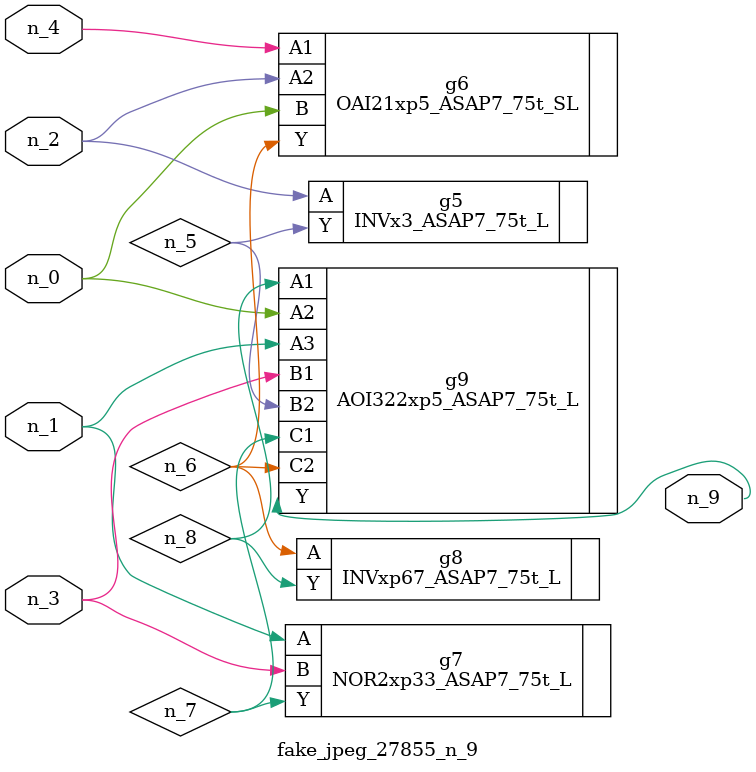
<source format=v>
module fake_jpeg_27855_n_9 (n_3, n_2, n_1, n_0, n_4, n_9);

input n_3;
input n_2;
input n_1;
input n_0;
input n_4;

output n_9;

wire n_8;
wire n_6;
wire n_5;
wire n_7;

INVx3_ASAP7_75t_L g5 ( 
.A(n_2),
.Y(n_5)
);

OAI21xp5_ASAP7_75t_SL g6 ( 
.A1(n_4),
.A2(n_2),
.B(n_0),
.Y(n_6)
);

NOR2xp33_ASAP7_75t_L g7 ( 
.A(n_1),
.B(n_3),
.Y(n_7)
);

INVxp67_ASAP7_75t_L g8 ( 
.A(n_6),
.Y(n_8)
);

AOI322xp5_ASAP7_75t_L g9 ( 
.A1(n_8),
.A2(n_0),
.A3(n_1),
.B1(n_3),
.B2(n_5),
.C1(n_7),
.C2(n_6),
.Y(n_9)
);


endmodule
</source>
